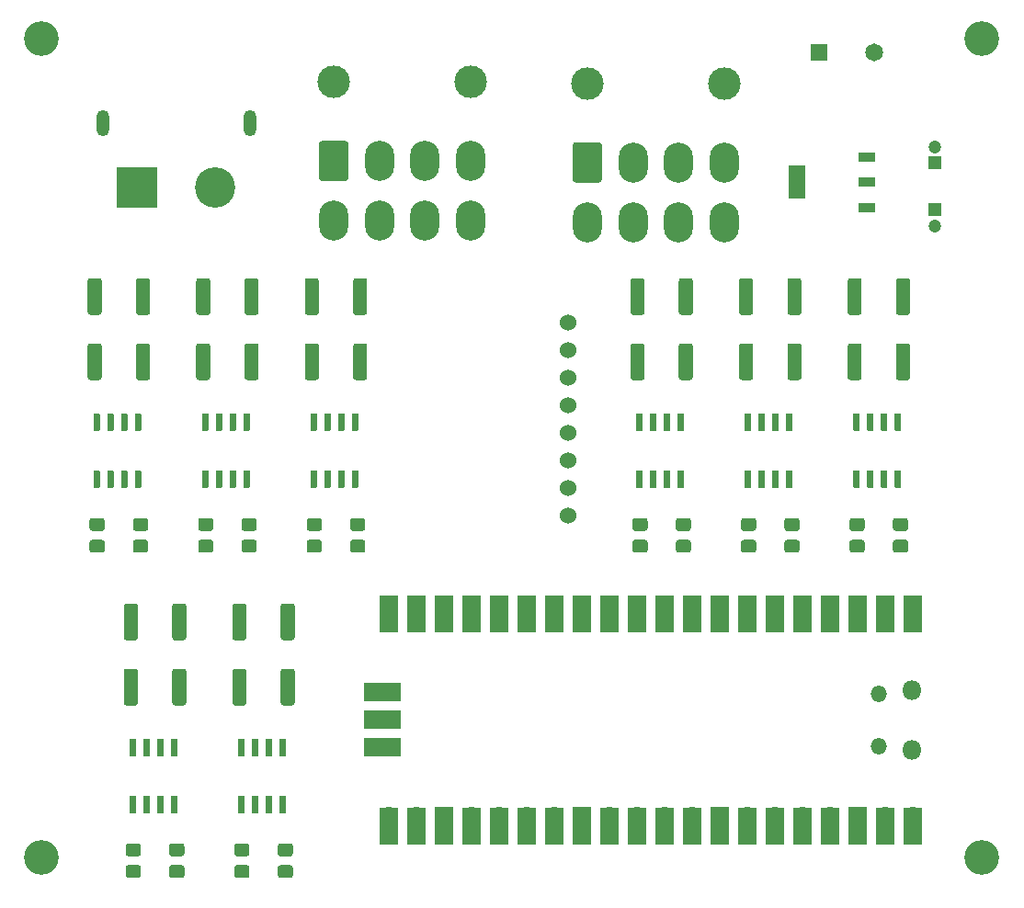
<source format=gbr>
%TF.GenerationSoftware,KiCad,Pcbnew,(5.1.10-1-10_14)*%
%TF.CreationDate,2021-10-18T16:54:11-04:00*%
%TF.ProjectId,ISAAC,49534141-432e-46b6-9963-61645f706362,rev?*%
%TF.SameCoordinates,Original*%
%TF.FileFunction,Soldermask,Top*%
%TF.FilePolarity,Negative*%
%FSLAX46Y46*%
G04 Gerber Fmt 4.6, Leading zero omitted, Abs format (unit mm)*
G04 Created by KiCad (PCBNEW (5.1.10-1-10_14)) date 2021-10-18 16:54:11*
%MOMM*%
%LPD*%
G01*
G04 APERTURE LIST*
%ADD10C,3.200000*%
%ADD11C,1.200000*%
%ADD12R,1.200000X1.200000*%
%ADD13O,1.700000X1.700000*%
%ADD14R,3.500000X1.700000*%
%ADD15R,1.700000X1.700000*%
%ADD16O,1.500000X1.500000*%
%ADD17O,1.800000X1.800000*%
%ADD18R,1.700000X3.500000*%
%ADD19R,1.600200X3.098800*%
%ADD20R,1.600200X0.838200*%
%ADD21C,1.524000*%
%ADD22O,1.200000X2.400000*%
%ADD23C,3.716000*%
%ADD24R,3.716000X3.716000*%
%ADD25C,1.650000*%
%ADD26R,1.650000X1.650000*%
%ADD27C,3.000000*%
%ADD28O,2.700000X3.700000*%
G04 APERTURE END LIST*
D10*
%TO.C,H4*%
X159512000Y-123698000D03*
%TD*%
%TO.C,H3*%
X72898000Y-48260000D03*
%TD*%
%TO.C,H2*%
X159512000Y-48260000D03*
%TD*%
%TO.C,H1*%
X72898000Y-123698000D03*
%TD*%
D11*
%TO.C,C2*%
X155194000Y-58190000D03*
D12*
X155194000Y-59690000D03*
%TD*%
D11*
%TO.C,C1*%
X155194000Y-65508000D03*
D12*
X155194000Y-64008000D03*
%TD*%
D13*
%TO.C,e1*%
X105132000Y-113538000D03*
D14*
X104232000Y-113538000D03*
D15*
X105132000Y-110998000D03*
D14*
X104232000Y-110998000D03*
D13*
X105132000Y-108458000D03*
D14*
X104232000Y-108458000D03*
D16*
X150002000Y-113423000D03*
X150002000Y-108573000D03*
D17*
X153032000Y-113723000D03*
X153032000Y-108273000D03*
D18*
X104902000Y-120788000D03*
X107442000Y-120788000D03*
X109982000Y-120788000D03*
X112522000Y-120788000D03*
X115062000Y-120788000D03*
X117602000Y-120788000D03*
X120142000Y-120788000D03*
X122682000Y-120788000D03*
X125222000Y-120788000D03*
X127762000Y-120788000D03*
X130302000Y-120788000D03*
X132842000Y-120788000D03*
X135382000Y-120788000D03*
X137922000Y-120788000D03*
X140462000Y-120788000D03*
X143002000Y-120788000D03*
X145542000Y-120788000D03*
X148082000Y-120788000D03*
X150622000Y-120788000D03*
X153162000Y-120788000D03*
X104902000Y-101208000D03*
X107442000Y-101208000D03*
X109982000Y-101208000D03*
X112522000Y-101208000D03*
X115062000Y-101208000D03*
X117602000Y-101208000D03*
X120142000Y-101208000D03*
X122682000Y-101208000D03*
X125222000Y-101208000D03*
X127762000Y-101208000D03*
X130302000Y-101208000D03*
X132842000Y-101208000D03*
X135382000Y-101208000D03*
X137922000Y-101208000D03*
X140462000Y-101208000D03*
X143002000Y-101208000D03*
X145542000Y-101208000D03*
X148082000Y-101208000D03*
X150622000Y-101208000D03*
X153162000Y-101208000D03*
D13*
X153162000Y-119888000D03*
X150622000Y-119888000D03*
D15*
X148082000Y-119888000D03*
D13*
X145542000Y-119888000D03*
X143002000Y-119888000D03*
X140462000Y-119888000D03*
X137922000Y-119888000D03*
D15*
X135382000Y-119888000D03*
D13*
X132842000Y-119888000D03*
X130302000Y-119888000D03*
X127762000Y-119888000D03*
X125222000Y-119888000D03*
D15*
X122682000Y-119888000D03*
D13*
X120142000Y-119888000D03*
X117602000Y-119888000D03*
X115062000Y-119888000D03*
X112522000Y-119888000D03*
D15*
X109982000Y-119888000D03*
D13*
X107442000Y-119888000D03*
X104902000Y-119888000D03*
X104902000Y-102108000D03*
X107442000Y-102108000D03*
D15*
X109982000Y-102108000D03*
D13*
X112522000Y-102108000D03*
X115062000Y-102108000D03*
X117602000Y-102108000D03*
X120142000Y-102108000D03*
D15*
X122682000Y-102108000D03*
D13*
X125222000Y-102108000D03*
X127762000Y-102108000D03*
X130302000Y-102108000D03*
X132842000Y-102108000D03*
D15*
X135382000Y-102108000D03*
D13*
X137922000Y-102108000D03*
X140462000Y-102108000D03*
X143002000Y-102108000D03*
X145542000Y-102108000D03*
D15*
X148082000Y-102108000D03*
D13*
X150622000Y-102108000D03*
X153162000Y-102108000D03*
%TD*%
D19*
%TO.C,U11*%
X142494000Y-61468000D03*
D20*
X148894800Y-59156600D03*
X148894800Y-61468000D03*
X148894800Y-63779400D03*
%TD*%
%TO.C,U10*%
G36*
G01*
X81499700Y-88031000D02*
X82007100Y-88031000D01*
G75*
G02*
X82048400Y-88072300I0J-41300D01*
G01*
X82048400Y-89569700D01*
G75*
G02*
X82007100Y-89611000I-41300J0D01*
G01*
X81499700Y-89611000D01*
G75*
G02*
X81458400Y-89569700I0J41300D01*
G01*
X81458400Y-88072300D01*
G75*
G02*
X81499700Y-88031000I41300J0D01*
G01*
G37*
G36*
G01*
X80229700Y-88031000D02*
X80737100Y-88031000D01*
G75*
G02*
X80778400Y-88072300I0J-41300D01*
G01*
X80778400Y-89569700D01*
G75*
G02*
X80737100Y-89611000I-41300J0D01*
G01*
X80229700Y-89611000D01*
G75*
G02*
X80188400Y-89569700I0J41300D01*
G01*
X80188400Y-88072300D01*
G75*
G02*
X80229700Y-88031000I41300J0D01*
G01*
G37*
G36*
G01*
X78959700Y-88031000D02*
X79467100Y-88031000D01*
G75*
G02*
X79508400Y-88072300I0J-41300D01*
G01*
X79508400Y-89569700D01*
G75*
G02*
X79467100Y-89611000I-41300J0D01*
G01*
X78959700Y-89611000D01*
G75*
G02*
X78918400Y-89569700I0J41300D01*
G01*
X78918400Y-88072300D01*
G75*
G02*
X78959700Y-88031000I41300J0D01*
G01*
G37*
G36*
G01*
X77689700Y-88031000D02*
X78197100Y-88031000D01*
G75*
G02*
X78238400Y-88072300I0J-41300D01*
G01*
X78238400Y-89569700D01*
G75*
G02*
X78197100Y-89611000I-41300J0D01*
G01*
X77689700Y-89611000D01*
G75*
G02*
X77648400Y-89569700I0J41300D01*
G01*
X77648400Y-88072300D01*
G75*
G02*
X77689700Y-88031000I41300J0D01*
G01*
G37*
G36*
G01*
X77689700Y-82781000D02*
X78197100Y-82781000D01*
G75*
G02*
X78238400Y-82822300I0J-41300D01*
G01*
X78238400Y-84319700D01*
G75*
G02*
X78197100Y-84361000I-41300J0D01*
G01*
X77689700Y-84361000D01*
G75*
G02*
X77648400Y-84319700I0J41300D01*
G01*
X77648400Y-82822300D01*
G75*
G02*
X77689700Y-82781000I41300J0D01*
G01*
G37*
G36*
G01*
X78959700Y-82781000D02*
X79467100Y-82781000D01*
G75*
G02*
X79508400Y-82822300I0J-41300D01*
G01*
X79508400Y-84319700D01*
G75*
G02*
X79467100Y-84361000I-41300J0D01*
G01*
X78959700Y-84361000D01*
G75*
G02*
X78918400Y-84319700I0J41300D01*
G01*
X78918400Y-82822300D01*
G75*
G02*
X78959700Y-82781000I41300J0D01*
G01*
G37*
G36*
G01*
X80229700Y-82781000D02*
X80737100Y-82781000D01*
G75*
G02*
X80778400Y-82822300I0J-41300D01*
G01*
X80778400Y-84319700D01*
G75*
G02*
X80737100Y-84361000I-41300J0D01*
G01*
X80229700Y-84361000D01*
G75*
G02*
X80188400Y-84319700I0J41300D01*
G01*
X80188400Y-82822300D01*
G75*
G02*
X80229700Y-82781000I41300J0D01*
G01*
G37*
G36*
G01*
X81499700Y-82781000D02*
X82007100Y-82781000D01*
G75*
G02*
X82048400Y-82822300I0J-41300D01*
G01*
X82048400Y-84319700D01*
G75*
G02*
X82007100Y-84361000I-41300J0D01*
G01*
X81499700Y-84361000D01*
G75*
G02*
X81458400Y-84319700I0J41300D01*
G01*
X81458400Y-82822300D01*
G75*
G02*
X81499700Y-82781000I41300J0D01*
G01*
G37*
%TD*%
%TO.C,U9*%
G36*
G01*
X91499700Y-88031000D02*
X92007100Y-88031000D01*
G75*
G02*
X92048400Y-88072300I0J-41300D01*
G01*
X92048400Y-89569700D01*
G75*
G02*
X92007100Y-89611000I-41300J0D01*
G01*
X91499700Y-89611000D01*
G75*
G02*
X91458400Y-89569700I0J41300D01*
G01*
X91458400Y-88072300D01*
G75*
G02*
X91499700Y-88031000I41300J0D01*
G01*
G37*
G36*
G01*
X90229700Y-88031000D02*
X90737100Y-88031000D01*
G75*
G02*
X90778400Y-88072300I0J-41300D01*
G01*
X90778400Y-89569700D01*
G75*
G02*
X90737100Y-89611000I-41300J0D01*
G01*
X90229700Y-89611000D01*
G75*
G02*
X90188400Y-89569700I0J41300D01*
G01*
X90188400Y-88072300D01*
G75*
G02*
X90229700Y-88031000I41300J0D01*
G01*
G37*
G36*
G01*
X88959700Y-88031000D02*
X89467100Y-88031000D01*
G75*
G02*
X89508400Y-88072300I0J-41300D01*
G01*
X89508400Y-89569700D01*
G75*
G02*
X89467100Y-89611000I-41300J0D01*
G01*
X88959700Y-89611000D01*
G75*
G02*
X88918400Y-89569700I0J41300D01*
G01*
X88918400Y-88072300D01*
G75*
G02*
X88959700Y-88031000I41300J0D01*
G01*
G37*
G36*
G01*
X87689700Y-88031000D02*
X88197100Y-88031000D01*
G75*
G02*
X88238400Y-88072300I0J-41300D01*
G01*
X88238400Y-89569700D01*
G75*
G02*
X88197100Y-89611000I-41300J0D01*
G01*
X87689700Y-89611000D01*
G75*
G02*
X87648400Y-89569700I0J41300D01*
G01*
X87648400Y-88072300D01*
G75*
G02*
X87689700Y-88031000I41300J0D01*
G01*
G37*
G36*
G01*
X87689700Y-82781000D02*
X88197100Y-82781000D01*
G75*
G02*
X88238400Y-82822300I0J-41300D01*
G01*
X88238400Y-84319700D01*
G75*
G02*
X88197100Y-84361000I-41300J0D01*
G01*
X87689700Y-84361000D01*
G75*
G02*
X87648400Y-84319700I0J41300D01*
G01*
X87648400Y-82822300D01*
G75*
G02*
X87689700Y-82781000I41300J0D01*
G01*
G37*
G36*
G01*
X88959700Y-82781000D02*
X89467100Y-82781000D01*
G75*
G02*
X89508400Y-82822300I0J-41300D01*
G01*
X89508400Y-84319700D01*
G75*
G02*
X89467100Y-84361000I-41300J0D01*
G01*
X88959700Y-84361000D01*
G75*
G02*
X88918400Y-84319700I0J41300D01*
G01*
X88918400Y-82822300D01*
G75*
G02*
X88959700Y-82781000I41300J0D01*
G01*
G37*
G36*
G01*
X90229700Y-82781000D02*
X90737100Y-82781000D01*
G75*
G02*
X90778400Y-82822300I0J-41300D01*
G01*
X90778400Y-84319700D01*
G75*
G02*
X90737100Y-84361000I-41300J0D01*
G01*
X90229700Y-84361000D01*
G75*
G02*
X90188400Y-84319700I0J41300D01*
G01*
X90188400Y-82822300D01*
G75*
G02*
X90229700Y-82781000I41300J0D01*
G01*
G37*
G36*
G01*
X91499700Y-82781000D02*
X92007100Y-82781000D01*
G75*
G02*
X92048400Y-82822300I0J-41300D01*
G01*
X92048400Y-84319700D01*
G75*
G02*
X92007100Y-84361000I-41300J0D01*
G01*
X91499700Y-84361000D01*
G75*
G02*
X91458400Y-84319700I0J41300D01*
G01*
X91458400Y-82822300D01*
G75*
G02*
X91499700Y-82781000I41300J0D01*
G01*
G37*
%TD*%
%TO.C,U8*%
G36*
G01*
X101499700Y-88031000D02*
X102007100Y-88031000D01*
G75*
G02*
X102048400Y-88072300I0J-41300D01*
G01*
X102048400Y-89569700D01*
G75*
G02*
X102007100Y-89611000I-41300J0D01*
G01*
X101499700Y-89611000D01*
G75*
G02*
X101458400Y-89569700I0J41300D01*
G01*
X101458400Y-88072300D01*
G75*
G02*
X101499700Y-88031000I41300J0D01*
G01*
G37*
G36*
G01*
X100229700Y-88031000D02*
X100737100Y-88031000D01*
G75*
G02*
X100778400Y-88072300I0J-41300D01*
G01*
X100778400Y-89569700D01*
G75*
G02*
X100737100Y-89611000I-41300J0D01*
G01*
X100229700Y-89611000D01*
G75*
G02*
X100188400Y-89569700I0J41300D01*
G01*
X100188400Y-88072300D01*
G75*
G02*
X100229700Y-88031000I41300J0D01*
G01*
G37*
G36*
G01*
X98959700Y-88031000D02*
X99467100Y-88031000D01*
G75*
G02*
X99508400Y-88072300I0J-41300D01*
G01*
X99508400Y-89569700D01*
G75*
G02*
X99467100Y-89611000I-41300J0D01*
G01*
X98959700Y-89611000D01*
G75*
G02*
X98918400Y-89569700I0J41300D01*
G01*
X98918400Y-88072300D01*
G75*
G02*
X98959700Y-88031000I41300J0D01*
G01*
G37*
G36*
G01*
X97689700Y-88031000D02*
X98197100Y-88031000D01*
G75*
G02*
X98238400Y-88072300I0J-41300D01*
G01*
X98238400Y-89569700D01*
G75*
G02*
X98197100Y-89611000I-41300J0D01*
G01*
X97689700Y-89611000D01*
G75*
G02*
X97648400Y-89569700I0J41300D01*
G01*
X97648400Y-88072300D01*
G75*
G02*
X97689700Y-88031000I41300J0D01*
G01*
G37*
G36*
G01*
X97689700Y-82781000D02*
X98197100Y-82781000D01*
G75*
G02*
X98238400Y-82822300I0J-41300D01*
G01*
X98238400Y-84319700D01*
G75*
G02*
X98197100Y-84361000I-41300J0D01*
G01*
X97689700Y-84361000D01*
G75*
G02*
X97648400Y-84319700I0J41300D01*
G01*
X97648400Y-82822300D01*
G75*
G02*
X97689700Y-82781000I41300J0D01*
G01*
G37*
G36*
G01*
X98959700Y-82781000D02*
X99467100Y-82781000D01*
G75*
G02*
X99508400Y-82822300I0J-41300D01*
G01*
X99508400Y-84319700D01*
G75*
G02*
X99467100Y-84361000I-41300J0D01*
G01*
X98959700Y-84361000D01*
G75*
G02*
X98918400Y-84319700I0J41300D01*
G01*
X98918400Y-82822300D01*
G75*
G02*
X98959700Y-82781000I41300J0D01*
G01*
G37*
G36*
G01*
X100229700Y-82781000D02*
X100737100Y-82781000D01*
G75*
G02*
X100778400Y-82822300I0J-41300D01*
G01*
X100778400Y-84319700D01*
G75*
G02*
X100737100Y-84361000I-41300J0D01*
G01*
X100229700Y-84361000D01*
G75*
G02*
X100188400Y-84319700I0J41300D01*
G01*
X100188400Y-82822300D01*
G75*
G02*
X100229700Y-82781000I41300J0D01*
G01*
G37*
G36*
G01*
X101499700Y-82781000D02*
X102007100Y-82781000D01*
G75*
G02*
X102048400Y-82822300I0J-41300D01*
G01*
X102048400Y-84319700D01*
G75*
G02*
X102007100Y-84361000I-41300J0D01*
G01*
X101499700Y-84361000D01*
G75*
G02*
X101458400Y-84319700I0J41300D01*
G01*
X101458400Y-82822300D01*
G75*
G02*
X101499700Y-82781000I41300J0D01*
G01*
G37*
%TD*%
%TO.C,U7*%
G36*
G01*
X84829700Y-118003000D02*
X85337100Y-118003000D01*
G75*
G02*
X85378400Y-118044300I0J-41300D01*
G01*
X85378400Y-119541700D01*
G75*
G02*
X85337100Y-119583000I-41300J0D01*
G01*
X84829700Y-119583000D01*
G75*
G02*
X84788400Y-119541700I0J41300D01*
G01*
X84788400Y-118044300D01*
G75*
G02*
X84829700Y-118003000I41300J0D01*
G01*
G37*
G36*
G01*
X83559700Y-118003000D02*
X84067100Y-118003000D01*
G75*
G02*
X84108400Y-118044300I0J-41300D01*
G01*
X84108400Y-119541700D01*
G75*
G02*
X84067100Y-119583000I-41300J0D01*
G01*
X83559700Y-119583000D01*
G75*
G02*
X83518400Y-119541700I0J41300D01*
G01*
X83518400Y-118044300D01*
G75*
G02*
X83559700Y-118003000I41300J0D01*
G01*
G37*
G36*
G01*
X82289700Y-118003000D02*
X82797100Y-118003000D01*
G75*
G02*
X82838400Y-118044300I0J-41300D01*
G01*
X82838400Y-119541700D01*
G75*
G02*
X82797100Y-119583000I-41300J0D01*
G01*
X82289700Y-119583000D01*
G75*
G02*
X82248400Y-119541700I0J41300D01*
G01*
X82248400Y-118044300D01*
G75*
G02*
X82289700Y-118003000I41300J0D01*
G01*
G37*
G36*
G01*
X81019700Y-118003000D02*
X81527100Y-118003000D01*
G75*
G02*
X81568400Y-118044300I0J-41300D01*
G01*
X81568400Y-119541700D01*
G75*
G02*
X81527100Y-119583000I-41300J0D01*
G01*
X81019700Y-119583000D01*
G75*
G02*
X80978400Y-119541700I0J41300D01*
G01*
X80978400Y-118044300D01*
G75*
G02*
X81019700Y-118003000I41300J0D01*
G01*
G37*
G36*
G01*
X81019700Y-112753000D02*
X81527100Y-112753000D01*
G75*
G02*
X81568400Y-112794300I0J-41300D01*
G01*
X81568400Y-114291700D01*
G75*
G02*
X81527100Y-114333000I-41300J0D01*
G01*
X81019700Y-114333000D01*
G75*
G02*
X80978400Y-114291700I0J41300D01*
G01*
X80978400Y-112794300D01*
G75*
G02*
X81019700Y-112753000I41300J0D01*
G01*
G37*
G36*
G01*
X82289700Y-112753000D02*
X82797100Y-112753000D01*
G75*
G02*
X82838400Y-112794300I0J-41300D01*
G01*
X82838400Y-114291700D01*
G75*
G02*
X82797100Y-114333000I-41300J0D01*
G01*
X82289700Y-114333000D01*
G75*
G02*
X82248400Y-114291700I0J41300D01*
G01*
X82248400Y-112794300D01*
G75*
G02*
X82289700Y-112753000I41300J0D01*
G01*
G37*
G36*
G01*
X83559700Y-112753000D02*
X84067100Y-112753000D01*
G75*
G02*
X84108400Y-112794300I0J-41300D01*
G01*
X84108400Y-114291700D01*
G75*
G02*
X84067100Y-114333000I-41300J0D01*
G01*
X83559700Y-114333000D01*
G75*
G02*
X83518400Y-114291700I0J41300D01*
G01*
X83518400Y-112794300D01*
G75*
G02*
X83559700Y-112753000I41300J0D01*
G01*
G37*
G36*
G01*
X84829700Y-112753000D02*
X85337100Y-112753000D01*
G75*
G02*
X85378400Y-112794300I0J-41300D01*
G01*
X85378400Y-114291700D01*
G75*
G02*
X85337100Y-114333000I-41300J0D01*
G01*
X84829700Y-114333000D01*
G75*
G02*
X84788400Y-114291700I0J41300D01*
G01*
X84788400Y-112794300D01*
G75*
G02*
X84829700Y-112753000I41300J0D01*
G01*
G37*
%TD*%
D21*
%TO.C,U6*%
X121412000Y-74422000D03*
X121412000Y-76962000D03*
X121412000Y-79502000D03*
X121412000Y-82042000D03*
X121412000Y-84582000D03*
X121412000Y-87122000D03*
X121412000Y-89662000D03*
X121412000Y-92202000D03*
%TD*%
%TO.C,U5*%
G36*
G01*
X94829700Y-118003000D02*
X95337100Y-118003000D01*
G75*
G02*
X95378400Y-118044300I0J-41300D01*
G01*
X95378400Y-119541700D01*
G75*
G02*
X95337100Y-119583000I-41300J0D01*
G01*
X94829700Y-119583000D01*
G75*
G02*
X94788400Y-119541700I0J41300D01*
G01*
X94788400Y-118044300D01*
G75*
G02*
X94829700Y-118003000I41300J0D01*
G01*
G37*
G36*
G01*
X93559700Y-118003000D02*
X94067100Y-118003000D01*
G75*
G02*
X94108400Y-118044300I0J-41300D01*
G01*
X94108400Y-119541700D01*
G75*
G02*
X94067100Y-119583000I-41300J0D01*
G01*
X93559700Y-119583000D01*
G75*
G02*
X93518400Y-119541700I0J41300D01*
G01*
X93518400Y-118044300D01*
G75*
G02*
X93559700Y-118003000I41300J0D01*
G01*
G37*
G36*
G01*
X92289700Y-118003000D02*
X92797100Y-118003000D01*
G75*
G02*
X92838400Y-118044300I0J-41300D01*
G01*
X92838400Y-119541700D01*
G75*
G02*
X92797100Y-119583000I-41300J0D01*
G01*
X92289700Y-119583000D01*
G75*
G02*
X92248400Y-119541700I0J41300D01*
G01*
X92248400Y-118044300D01*
G75*
G02*
X92289700Y-118003000I41300J0D01*
G01*
G37*
G36*
G01*
X91019700Y-118003000D02*
X91527100Y-118003000D01*
G75*
G02*
X91568400Y-118044300I0J-41300D01*
G01*
X91568400Y-119541700D01*
G75*
G02*
X91527100Y-119583000I-41300J0D01*
G01*
X91019700Y-119583000D01*
G75*
G02*
X90978400Y-119541700I0J41300D01*
G01*
X90978400Y-118044300D01*
G75*
G02*
X91019700Y-118003000I41300J0D01*
G01*
G37*
G36*
G01*
X91019700Y-112753000D02*
X91527100Y-112753000D01*
G75*
G02*
X91568400Y-112794300I0J-41300D01*
G01*
X91568400Y-114291700D01*
G75*
G02*
X91527100Y-114333000I-41300J0D01*
G01*
X91019700Y-114333000D01*
G75*
G02*
X90978400Y-114291700I0J41300D01*
G01*
X90978400Y-112794300D01*
G75*
G02*
X91019700Y-112753000I41300J0D01*
G01*
G37*
G36*
G01*
X92289700Y-112753000D02*
X92797100Y-112753000D01*
G75*
G02*
X92838400Y-112794300I0J-41300D01*
G01*
X92838400Y-114291700D01*
G75*
G02*
X92797100Y-114333000I-41300J0D01*
G01*
X92289700Y-114333000D01*
G75*
G02*
X92248400Y-114291700I0J41300D01*
G01*
X92248400Y-112794300D01*
G75*
G02*
X92289700Y-112753000I41300J0D01*
G01*
G37*
G36*
G01*
X93559700Y-112753000D02*
X94067100Y-112753000D01*
G75*
G02*
X94108400Y-112794300I0J-41300D01*
G01*
X94108400Y-114291700D01*
G75*
G02*
X94067100Y-114333000I-41300J0D01*
G01*
X93559700Y-114333000D01*
G75*
G02*
X93518400Y-114291700I0J41300D01*
G01*
X93518400Y-112794300D01*
G75*
G02*
X93559700Y-112753000I41300J0D01*
G01*
G37*
G36*
G01*
X94829700Y-112753000D02*
X95337100Y-112753000D01*
G75*
G02*
X95378400Y-112794300I0J-41300D01*
G01*
X95378400Y-114291700D01*
G75*
G02*
X95337100Y-114333000I-41300J0D01*
G01*
X94829700Y-114333000D01*
G75*
G02*
X94788400Y-114291700I0J41300D01*
G01*
X94788400Y-112794300D01*
G75*
G02*
X94829700Y-112753000I41300J0D01*
G01*
G37*
%TD*%
%TO.C,U4*%
G36*
G01*
X131499700Y-88031000D02*
X132007100Y-88031000D01*
G75*
G02*
X132048400Y-88072300I0J-41300D01*
G01*
X132048400Y-89569700D01*
G75*
G02*
X132007100Y-89611000I-41300J0D01*
G01*
X131499700Y-89611000D01*
G75*
G02*
X131458400Y-89569700I0J41300D01*
G01*
X131458400Y-88072300D01*
G75*
G02*
X131499700Y-88031000I41300J0D01*
G01*
G37*
G36*
G01*
X130229700Y-88031000D02*
X130737100Y-88031000D01*
G75*
G02*
X130778400Y-88072300I0J-41300D01*
G01*
X130778400Y-89569700D01*
G75*
G02*
X130737100Y-89611000I-41300J0D01*
G01*
X130229700Y-89611000D01*
G75*
G02*
X130188400Y-89569700I0J41300D01*
G01*
X130188400Y-88072300D01*
G75*
G02*
X130229700Y-88031000I41300J0D01*
G01*
G37*
G36*
G01*
X128959700Y-88031000D02*
X129467100Y-88031000D01*
G75*
G02*
X129508400Y-88072300I0J-41300D01*
G01*
X129508400Y-89569700D01*
G75*
G02*
X129467100Y-89611000I-41300J0D01*
G01*
X128959700Y-89611000D01*
G75*
G02*
X128918400Y-89569700I0J41300D01*
G01*
X128918400Y-88072300D01*
G75*
G02*
X128959700Y-88031000I41300J0D01*
G01*
G37*
G36*
G01*
X127689700Y-88031000D02*
X128197100Y-88031000D01*
G75*
G02*
X128238400Y-88072300I0J-41300D01*
G01*
X128238400Y-89569700D01*
G75*
G02*
X128197100Y-89611000I-41300J0D01*
G01*
X127689700Y-89611000D01*
G75*
G02*
X127648400Y-89569700I0J41300D01*
G01*
X127648400Y-88072300D01*
G75*
G02*
X127689700Y-88031000I41300J0D01*
G01*
G37*
G36*
G01*
X127689700Y-82781000D02*
X128197100Y-82781000D01*
G75*
G02*
X128238400Y-82822300I0J-41300D01*
G01*
X128238400Y-84319700D01*
G75*
G02*
X128197100Y-84361000I-41300J0D01*
G01*
X127689700Y-84361000D01*
G75*
G02*
X127648400Y-84319700I0J41300D01*
G01*
X127648400Y-82822300D01*
G75*
G02*
X127689700Y-82781000I41300J0D01*
G01*
G37*
G36*
G01*
X128959700Y-82781000D02*
X129467100Y-82781000D01*
G75*
G02*
X129508400Y-82822300I0J-41300D01*
G01*
X129508400Y-84319700D01*
G75*
G02*
X129467100Y-84361000I-41300J0D01*
G01*
X128959700Y-84361000D01*
G75*
G02*
X128918400Y-84319700I0J41300D01*
G01*
X128918400Y-82822300D01*
G75*
G02*
X128959700Y-82781000I41300J0D01*
G01*
G37*
G36*
G01*
X130229700Y-82781000D02*
X130737100Y-82781000D01*
G75*
G02*
X130778400Y-82822300I0J-41300D01*
G01*
X130778400Y-84319700D01*
G75*
G02*
X130737100Y-84361000I-41300J0D01*
G01*
X130229700Y-84361000D01*
G75*
G02*
X130188400Y-84319700I0J41300D01*
G01*
X130188400Y-82822300D01*
G75*
G02*
X130229700Y-82781000I41300J0D01*
G01*
G37*
G36*
G01*
X131499700Y-82781000D02*
X132007100Y-82781000D01*
G75*
G02*
X132048400Y-82822300I0J-41300D01*
G01*
X132048400Y-84319700D01*
G75*
G02*
X132007100Y-84361000I-41300J0D01*
G01*
X131499700Y-84361000D01*
G75*
G02*
X131458400Y-84319700I0J41300D01*
G01*
X131458400Y-82822300D01*
G75*
G02*
X131499700Y-82781000I41300J0D01*
G01*
G37*
%TD*%
%TO.C,U3*%
G36*
G01*
X141499700Y-88031000D02*
X142007100Y-88031000D01*
G75*
G02*
X142048400Y-88072300I0J-41300D01*
G01*
X142048400Y-89569700D01*
G75*
G02*
X142007100Y-89611000I-41300J0D01*
G01*
X141499700Y-89611000D01*
G75*
G02*
X141458400Y-89569700I0J41300D01*
G01*
X141458400Y-88072300D01*
G75*
G02*
X141499700Y-88031000I41300J0D01*
G01*
G37*
G36*
G01*
X140229700Y-88031000D02*
X140737100Y-88031000D01*
G75*
G02*
X140778400Y-88072300I0J-41300D01*
G01*
X140778400Y-89569700D01*
G75*
G02*
X140737100Y-89611000I-41300J0D01*
G01*
X140229700Y-89611000D01*
G75*
G02*
X140188400Y-89569700I0J41300D01*
G01*
X140188400Y-88072300D01*
G75*
G02*
X140229700Y-88031000I41300J0D01*
G01*
G37*
G36*
G01*
X138959700Y-88031000D02*
X139467100Y-88031000D01*
G75*
G02*
X139508400Y-88072300I0J-41300D01*
G01*
X139508400Y-89569700D01*
G75*
G02*
X139467100Y-89611000I-41300J0D01*
G01*
X138959700Y-89611000D01*
G75*
G02*
X138918400Y-89569700I0J41300D01*
G01*
X138918400Y-88072300D01*
G75*
G02*
X138959700Y-88031000I41300J0D01*
G01*
G37*
G36*
G01*
X137689700Y-88031000D02*
X138197100Y-88031000D01*
G75*
G02*
X138238400Y-88072300I0J-41300D01*
G01*
X138238400Y-89569700D01*
G75*
G02*
X138197100Y-89611000I-41300J0D01*
G01*
X137689700Y-89611000D01*
G75*
G02*
X137648400Y-89569700I0J41300D01*
G01*
X137648400Y-88072300D01*
G75*
G02*
X137689700Y-88031000I41300J0D01*
G01*
G37*
G36*
G01*
X137689700Y-82781000D02*
X138197100Y-82781000D01*
G75*
G02*
X138238400Y-82822300I0J-41300D01*
G01*
X138238400Y-84319700D01*
G75*
G02*
X138197100Y-84361000I-41300J0D01*
G01*
X137689700Y-84361000D01*
G75*
G02*
X137648400Y-84319700I0J41300D01*
G01*
X137648400Y-82822300D01*
G75*
G02*
X137689700Y-82781000I41300J0D01*
G01*
G37*
G36*
G01*
X138959700Y-82781000D02*
X139467100Y-82781000D01*
G75*
G02*
X139508400Y-82822300I0J-41300D01*
G01*
X139508400Y-84319700D01*
G75*
G02*
X139467100Y-84361000I-41300J0D01*
G01*
X138959700Y-84361000D01*
G75*
G02*
X138918400Y-84319700I0J41300D01*
G01*
X138918400Y-82822300D01*
G75*
G02*
X138959700Y-82781000I41300J0D01*
G01*
G37*
G36*
G01*
X140229700Y-82781000D02*
X140737100Y-82781000D01*
G75*
G02*
X140778400Y-82822300I0J-41300D01*
G01*
X140778400Y-84319700D01*
G75*
G02*
X140737100Y-84361000I-41300J0D01*
G01*
X140229700Y-84361000D01*
G75*
G02*
X140188400Y-84319700I0J41300D01*
G01*
X140188400Y-82822300D01*
G75*
G02*
X140229700Y-82781000I41300J0D01*
G01*
G37*
G36*
G01*
X141499700Y-82781000D02*
X142007100Y-82781000D01*
G75*
G02*
X142048400Y-82822300I0J-41300D01*
G01*
X142048400Y-84319700D01*
G75*
G02*
X142007100Y-84361000I-41300J0D01*
G01*
X141499700Y-84361000D01*
G75*
G02*
X141458400Y-84319700I0J41300D01*
G01*
X141458400Y-82822300D01*
G75*
G02*
X141499700Y-82781000I41300J0D01*
G01*
G37*
%TD*%
%TO.C,U2*%
G36*
G01*
X151499700Y-88031000D02*
X152007100Y-88031000D01*
G75*
G02*
X152048400Y-88072300I0J-41300D01*
G01*
X152048400Y-89569700D01*
G75*
G02*
X152007100Y-89611000I-41300J0D01*
G01*
X151499700Y-89611000D01*
G75*
G02*
X151458400Y-89569700I0J41300D01*
G01*
X151458400Y-88072300D01*
G75*
G02*
X151499700Y-88031000I41300J0D01*
G01*
G37*
G36*
G01*
X150229700Y-88031000D02*
X150737100Y-88031000D01*
G75*
G02*
X150778400Y-88072300I0J-41300D01*
G01*
X150778400Y-89569700D01*
G75*
G02*
X150737100Y-89611000I-41300J0D01*
G01*
X150229700Y-89611000D01*
G75*
G02*
X150188400Y-89569700I0J41300D01*
G01*
X150188400Y-88072300D01*
G75*
G02*
X150229700Y-88031000I41300J0D01*
G01*
G37*
G36*
G01*
X148959700Y-88031000D02*
X149467100Y-88031000D01*
G75*
G02*
X149508400Y-88072300I0J-41300D01*
G01*
X149508400Y-89569700D01*
G75*
G02*
X149467100Y-89611000I-41300J0D01*
G01*
X148959700Y-89611000D01*
G75*
G02*
X148918400Y-89569700I0J41300D01*
G01*
X148918400Y-88072300D01*
G75*
G02*
X148959700Y-88031000I41300J0D01*
G01*
G37*
G36*
G01*
X147689700Y-88031000D02*
X148197100Y-88031000D01*
G75*
G02*
X148238400Y-88072300I0J-41300D01*
G01*
X148238400Y-89569700D01*
G75*
G02*
X148197100Y-89611000I-41300J0D01*
G01*
X147689700Y-89611000D01*
G75*
G02*
X147648400Y-89569700I0J41300D01*
G01*
X147648400Y-88072300D01*
G75*
G02*
X147689700Y-88031000I41300J0D01*
G01*
G37*
G36*
G01*
X147689700Y-82781000D02*
X148197100Y-82781000D01*
G75*
G02*
X148238400Y-82822300I0J-41300D01*
G01*
X148238400Y-84319700D01*
G75*
G02*
X148197100Y-84361000I-41300J0D01*
G01*
X147689700Y-84361000D01*
G75*
G02*
X147648400Y-84319700I0J41300D01*
G01*
X147648400Y-82822300D01*
G75*
G02*
X147689700Y-82781000I41300J0D01*
G01*
G37*
G36*
G01*
X148959700Y-82781000D02*
X149467100Y-82781000D01*
G75*
G02*
X149508400Y-82822300I0J-41300D01*
G01*
X149508400Y-84319700D01*
G75*
G02*
X149467100Y-84361000I-41300J0D01*
G01*
X148959700Y-84361000D01*
G75*
G02*
X148918400Y-84319700I0J41300D01*
G01*
X148918400Y-82822300D01*
G75*
G02*
X148959700Y-82781000I41300J0D01*
G01*
G37*
G36*
G01*
X150229700Y-82781000D02*
X150737100Y-82781000D01*
G75*
G02*
X150778400Y-82822300I0J-41300D01*
G01*
X150778400Y-84319700D01*
G75*
G02*
X150737100Y-84361000I-41300J0D01*
G01*
X150229700Y-84361000D01*
G75*
G02*
X150188400Y-84319700I0J41300D01*
G01*
X150188400Y-82822300D01*
G75*
G02*
X150229700Y-82781000I41300J0D01*
G01*
G37*
G36*
G01*
X151499700Y-82781000D02*
X152007100Y-82781000D01*
G75*
G02*
X152048400Y-82822300I0J-41300D01*
G01*
X152048400Y-84319700D01*
G75*
G02*
X152007100Y-84361000I-41300J0D01*
G01*
X151499700Y-84361000D01*
G75*
G02*
X151458400Y-84319700I0J41300D01*
G01*
X151458400Y-82822300D01*
G75*
G02*
X151499700Y-82781000I41300J0D01*
G01*
G37*
%TD*%
%TO.C,R16*%
G36*
G01*
X81549999Y-94400000D02*
X82450001Y-94400000D01*
G75*
G02*
X82700000Y-94649999I0J-249999D01*
G01*
X82700000Y-95350001D01*
G75*
G02*
X82450001Y-95600000I-249999J0D01*
G01*
X81549999Y-95600000D01*
G75*
G02*
X81300000Y-95350001I0J249999D01*
G01*
X81300000Y-94649999D01*
G75*
G02*
X81549999Y-94400000I249999J0D01*
G01*
G37*
G36*
G01*
X81549999Y-92400000D02*
X82450001Y-92400000D01*
G75*
G02*
X82700000Y-92649999I0J-249999D01*
G01*
X82700000Y-93350001D01*
G75*
G02*
X82450001Y-93600000I-249999J0D01*
G01*
X81549999Y-93600000D01*
G75*
G02*
X81300000Y-93350001I0J249999D01*
G01*
X81300000Y-92649999D01*
G75*
G02*
X81549999Y-92400000I249999J0D01*
G01*
G37*
%TD*%
%TO.C,R15*%
G36*
G01*
X77549999Y-94400000D02*
X78450001Y-94400000D01*
G75*
G02*
X78700000Y-94649999I0J-249999D01*
G01*
X78700000Y-95350001D01*
G75*
G02*
X78450001Y-95600000I-249999J0D01*
G01*
X77549999Y-95600000D01*
G75*
G02*
X77300000Y-95350001I0J249999D01*
G01*
X77300000Y-94649999D01*
G75*
G02*
X77549999Y-94400000I249999J0D01*
G01*
G37*
G36*
G01*
X77549999Y-92400000D02*
X78450001Y-92400000D01*
G75*
G02*
X78700000Y-92649999I0J-249999D01*
G01*
X78700000Y-93350001D01*
G75*
G02*
X78450001Y-93600000I-249999J0D01*
G01*
X77549999Y-93600000D01*
G75*
G02*
X77300000Y-93350001I0J249999D01*
G01*
X77300000Y-92649999D01*
G75*
G02*
X77549999Y-92400000I249999J0D01*
G01*
G37*
%TD*%
%TO.C,R14*%
G36*
G01*
X91549999Y-94400000D02*
X92450001Y-94400000D01*
G75*
G02*
X92700000Y-94649999I0J-249999D01*
G01*
X92700000Y-95350001D01*
G75*
G02*
X92450001Y-95600000I-249999J0D01*
G01*
X91549999Y-95600000D01*
G75*
G02*
X91300000Y-95350001I0J249999D01*
G01*
X91300000Y-94649999D01*
G75*
G02*
X91549999Y-94400000I249999J0D01*
G01*
G37*
G36*
G01*
X91549999Y-92400000D02*
X92450001Y-92400000D01*
G75*
G02*
X92700000Y-92649999I0J-249999D01*
G01*
X92700000Y-93350001D01*
G75*
G02*
X92450001Y-93600000I-249999J0D01*
G01*
X91549999Y-93600000D01*
G75*
G02*
X91300000Y-93350001I0J249999D01*
G01*
X91300000Y-92649999D01*
G75*
G02*
X91549999Y-92400000I249999J0D01*
G01*
G37*
%TD*%
%TO.C,R13*%
G36*
G01*
X87549999Y-94400000D02*
X88450001Y-94400000D01*
G75*
G02*
X88700000Y-94649999I0J-249999D01*
G01*
X88700000Y-95350001D01*
G75*
G02*
X88450001Y-95600000I-249999J0D01*
G01*
X87549999Y-95600000D01*
G75*
G02*
X87300000Y-95350001I0J249999D01*
G01*
X87300000Y-94649999D01*
G75*
G02*
X87549999Y-94400000I249999J0D01*
G01*
G37*
G36*
G01*
X87549999Y-92400000D02*
X88450001Y-92400000D01*
G75*
G02*
X88700000Y-92649999I0J-249999D01*
G01*
X88700000Y-93350001D01*
G75*
G02*
X88450001Y-93600000I-249999J0D01*
G01*
X87549999Y-93600000D01*
G75*
G02*
X87300000Y-93350001I0J249999D01*
G01*
X87300000Y-92649999D01*
G75*
G02*
X87549999Y-92400000I249999J0D01*
G01*
G37*
%TD*%
%TO.C,R12*%
G36*
G01*
X101549999Y-94400000D02*
X102450001Y-94400000D01*
G75*
G02*
X102700000Y-94649999I0J-249999D01*
G01*
X102700000Y-95350001D01*
G75*
G02*
X102450001Y-95600000I-249999J0D01*
G01*
X101549999Y-95600000D01*
G75*
G02*
X101300000Y-95350001I0J249999D01*
G01*
X101300000Y-94649999D01*
G75*
G02*
X101549999Y-94400000I249999J0D01*
G01*
G37*
G36*
G01*
X101549999Y-92400000D02*
X102450001Y-92400000D01*
G75*
G02*
X102700000Y-92649999I0J-249999D01*
G01*
X102700000Y-93350001D01*
G75*
G02*
X102450001Y-93600000I-249999J0D01*
G01*
X101549999Y-93600000D01*
G75*
G02*
X101300000Y-93350001I0J249999D01*
G01*
X101300000Y-92649999D01*
G75*
G02*
X101549999Y-92400000I249999J0D01*
G01*
G37*
%TD*%
%TO.C,R11*%
G36*
G01*
X97549999Y-94400000D02*
X98450001Y-94400000D01*
G75*
G02*
X98700000Y-94649999I0J-249999D01*
G01*
X98700000Y-95350001D01*
G75*
G02*
X98450001Y-95600000I-249999J0D01*
G01*
X97549999Y-95600000D01*
G75*
G02*
X97300000Y-95350001I0J249999D01*
G01*
X97300000Y-94649999D01*
G75*
G02*
X97549999Y-94400000I249999J0D01*
G01*
G37*
G36*
G01*
X97549999Y-92400000D02*
X98450001Y-92400000D01*
G75*
G02*
X98700000Y-92649999I0J-249999D01*
G01*
X98700000Y-93350001D01*
G75*
G02*
X98450001Y-93600000I-249999J0D01*
G01*
X97549999Y-93600000D01*
G75*
G02*
X97300000Y-93350001I0J249999D01*
G01*
X97300000Y-92649999D01*
G75*
G02*
X97549999Y-92400000I249999J0D01*
G01*
G37*
%TD*%
%TO.C,R10*%
G36*
G01*
X84879999Y-124372000D02*
X85780001Y-124372000D01*
G75*
G02*
X86030000Y-124621999I0J-249999D01*
G01*
X86030000Y-125322001D01*
G75*
G02*
X85780001Y-125572000I-249999J0D01*
G01*
X84879999Y-125572000D01*
G75*
G02*
X84630000Y-125322001I0J249999D01*
G01*
X84630000Y-124621999D01*
G75*
G02*
X84879999Y-124372000I249999J0D01*
G01*
G37*
G36*
G01*
X84879999Y-122372000D02*
X85780001Y-122372000D01*
G75*
G02*
X86030000Y-122621999I0J-249999D01*
G01*
X86030000Y-123322001D01*
G75*
G02*
X85780001Y-123572000I-249999J0D01*
G01*
X84879999Y-123572000D01*
G75*
G02*
X84630000Y-123322001I0J249999D01*
G01*
X84630000Y-122621999D01*
G75*
G02*
X84879999Y-122372000I249999J0D01*
G01*
G37*
%TD*%
%TO.C,R9*%
G36*
G01*
X80879999Y-124372000D02*
X81780001Y-124372000D01*
G75*
G02*
X82030000Y-124621999I0J-249999D01*
G01*
X82030000Y-125322001D01*
G75*
G02*
X81780001Y-125572000I-249999J0D01*
G01*
X80879999Y-125572000D01*
G75*
G02*
X80630000Y-125322001I0J249999D01*
G01*
X80630000Y-124621999D01*
G75*
G02*
X80879999Y-124372000I249999J0D01*
G01*
G37*
G36*
G01*
X80879999Y-122372000D02*
X81780001Y-122372000D01*
G75*
G02*
X82030000Y-122621999I0J-249999D01*
G01*
X82030000Y-123322001D01*
G75*
G02*
X81780001Y-123572000I-249999J0D01*
G01*
X80879999Y-123572000D01*
G75*
G02*
X80630000Y-123322001I0J249999D01*
G01*
X80630000Y-122621999D01*
G75*
G02*
X80879999Y-122372000I249999J0D01*
G01*
G37*
%TD*%
%TO.C,R8*%
G36*
G01*
X94879999Y-124372000D02*
X95780001Y-124372000D01*
G75*
G02*
X96030000Y-124621999I0J-249999D01*
G01*
X96030000Y-125322001D01*
G75*
G02*
X95780001Y-125572000I-249999J0D01*
G01*
X94879999Y-125572000D01*
G75*
G02*
X94630000Y-125322001I0J249999D01*
G01*
X94630000Y-124621999D01*
G75*
G02*
X94879999Y-124372000I249999J0D01*
G01*
G37*
G36*
G01*
X94879999Y-122372000D02*
X95780001Y-122372000D01*
G75*
G02*
X96030000Y-122621999I0J-249999D01*
G01*
X96030000Y-123322001D01*
G75*
G02*
X95780001Y-123572000I-249999J0D01*
G01*
X94879999Y-123572000D01*
G75*
G02*
X94630000Y-123322001I0J249999D01*
G01*
X94630000Y-122621999D01*
G75*
G02*
X94879999Y-122372000I249999J0D01*
G01*
G37*
%TD*%
%TO.C,R7*%
G36*
G01*
X90879999Y-124372000D02*
X91780001Y-124372000D01*
G75*
G02*
X92030000Y-124621999I0J-249999D01*
G01*
X92030000Y-125322001D01*
G75*
G02*
X91780001Y-125572000I-249999J0D01*
G01*
X90879999Y-125572000D01*
G75*
G02*
X90630000Y-125322001I0J249999D01*
G01*
X90630000Y-124621999D01*
G75*
G02*
X90879999Y-124372000I249999J0D01*
G01*
G37*
G36*
G01*
X90879999Y-122372000D02*
X91780001Y-122372000D01*
G75*
G02*
X92030000Y-122621999I0J-249999D01*
G01*
X92030000Y-123322001D01*
G75*
G02*
X91780001Y-123572000I-249999J0D01*
G01*
X90879999Y-123572000D01*
G75*
G02*
X90630000Y-123322001I0J249999D01*
G01*
X90630000Y-122621999D01*
G75*
G02*
X90879999Y-122372000I249999J0D01*
G01*
G37*
%TD*%
%TO.C,R6*%
G36*
G01*
X131549999Y-94400000D02*
X132450001Y-94400000D01*
G75*
G02*
X132700000Y-94649999I0J-249999D01*
G01*
X132700000Y-95350001D01*
G75*
G02*
X132450001Y-95600000I-249999J0D01*
G01*
X131549999Y-95600000D01*
G75*
G02*
X131300000Y-95350001I0J249999D01*
G01*
X131300000Y-94649999D01*
G75*
G02*
X131549999Y-94400000I249999J0D01*
G01*
G37*
G36*
G01*
X131549999Y-92400000D02*
X132450001Y-92400000D01*
G75*
G02*
X132700000Y-92649999I0J-249999D01*
G01*
X132700000Y-93350001D01*
G75*
G02*
X132450001Y-93600000I-249999J0D01*
G01*
X131549999Y-93600000D01*
G75*
G02*
X131300000Y-93350001I0J249999D01*
G01*
X131300000Y-92649999D01*
G75*
G02*
X131549999Y-92400000I249999J0D01*
G01*
G37*
%TD*%
%TO.C,R5*%
G36*
G01*
X127549999Y-94400000D02*
X128450001Y-94400000D01*
G75*
G02*
X128700000Y-94649999I0J-249999D01*
G01*
X128700000Y-95350001D01*
G75*
G02*
X128450001Y-95600000I-249999J0D01*
G01*
X127549999Y-95600000D01*
G75*
G02*
X127300000Y-95350001I0J249999D01*
G01*
X127300000Y-94649999D01*
G75*
G02*
X127549999Y-94400000I249999J0D01*
G01*
G37*
G36*
G01*
X127549999Y-92400000D02*
X128450001Y-92400000D01*
G75*
G02*
X128700000Y-92649999I0J-249999D01*
G01*
X128700000Y-93350001D01*
G75*
G02*
X128450001Y-93600000I-249999J0D01*
G01*
X127549999Y-93600000D01*
G75*
G02*
X127300000Y-93350001I0J249999D01*
G01*
X127300000Y-92649999D01*
G75*
G02*
X127549999Y-92400000I249999J0D01*
G01*
G37*
%TD*%
%TO.C,R4*%
G36*
G01*
X141549999Y-94400000D02*
X142450001Y-94400000D01*
G75*
G02*
X142700000Y-94649999I0J-249999D01*
G01*
X142700000Y-95350001D01*
G75*
G02*
X142450001Y-95600000I-249999J0D01*
G01*
X141549999Y-95600000D01*
G75*
G02*
X141300000Y-95350001I0J249999D01*
G01*
X141300000Y-94649999D01*
G75*
G02*
X141549999Y-94400000I249999J0D01*
G01*
G37*
G36*
G01*
X141549999Y-92400000D02*
X142450001Y-92400000D01*
G75*
G02*
X142700000Y-92649999I0J-249999D01*
G01*
X142700000Y-93350001D01*
G75*
G02*
X142450001Y-93600000I-249999J0D01*
G01*
X141549999Y-93600000D01*
G75*
G02*
X141300000Y-93350001I0J249999D01*
G01*
X141300000Y-92649999D01*
G75*
G02*
X141549999Y-92400000I249999J0D01*
G01*
G37*
%TD*%
%TO.C,R3*%
G36*
G01*
X137549999Y-94400000D02*
X138450001Y-94400000D01*
G75*
G02*
X138700000Y-94649999I0J-249999D01*
G01*
X138700000Y-95350001D01*
G75*
G02*
X138450001Y-95600000I-249999J0D01*
G01*
X137549999Y-95600000D01*
G75*
G02*
X137300000Y-95350001I0J249999D01*
G01*
X137300000Y-94649999D01*
G75*
G02*
X137549999Y-94400000I249999J0D01*
G01*
G37*
G36*
G01*
X137549999Y-92400000D02*
X138450001Y-92400000D01*
G75*
G02*
X138700000Y-92649999I0J-249999D01*
G01*
X138700000Y-93350001D01*
G75*
G02*
X138450001Y-93600000I-249999J0D01*
G01*
X137549999Y-93600000D01*
G75*
G02*
X137300000Y-93350001I0J249999D01*
G01*
X137300000Y-92649999D01*
G75*
G02*
X137549999Y-92400000I249999J0D01*
G01*
G37*
%TD*%
%TO.C,R2*%
G36*
G01*
X151549999Y-94400000D02*
X152450001Y-94400000D01*
G75*
G02*
X152700000Y-94649999I0J-249999D01*
G01*
X152700000Y-95350001D01*
G75*
G02*
X152450001Y-95600000I-249999J0D01*
G01*
X151549999Y-95600000D01*
G75*
G02*
X151300000Y-95350001I0J249999D01*
G01*
X151300000Y-94649999D01*
G75*
G02*
X151549999Y-94400000I249999J0D01*
G01*
G37*
G36*
G01*
X151549999Y-92400000D02*
X152450001Y-92400000D01*
G75*
G02*
X152700000Y-92649999I0J-249999D01*
G01*
X152700000Y-93350001D01*
G75*
G02*
X152450001Y-93600000I-249999J0D01*
G01*
X151549999Y-93600000D01*
G75*
G02*
X151300000Y-93350001I0J249999D01*
G01*
X151300000Y-92649999D01*
G75*
G02*
X151549999Y-92400000I249999J0D01*
G01*
G37*
%TD*%
%TO.C,R1*%
G36*
G01*
X147549999Y-94400000D02*
X148450001Y-94400000D01*
G75*
G02*
X148700000Y-94649999I0J-249999D01*
G01*
X148700000Y-95350001D01*
G75*
G02*
X148450001Y-95600000I-249999J0D01*
G01*
X147549999Y-95600000D01*
G75*
G02*
X147300000Y-95350001I0J249999D01*
G01*
X147300000Y-94649999D01*
G75*
G02*
X147549999Y-94400000I249999J0D01*
G01*
G37*
G36*
G01*
X147549999Y-92400000D02*
X148450001Y-92400000D01*
G75*
G02*
X148700000Y-92649999I0J-249999D01*
G01*
X148700000Y-93350001D01*
G75*
G02*
X148450001Y-93600000I-249999J0D01*
G01*
X147549999Y-93600000D01*
G75*
G02*
X147300000Y-93350001I0J249999D01*
G01*
X147300000Y-92649999D01*
G75*
G02*
X147549999Y-92400000I249999J0D01*
G01*
G37*
%TD*%
D22*
%TO.C,J4*%
X92043200Y-55981600D03*
X78543200Y-55981600D03*
D23*
X88893200Y-61981600D03*
D24*
X81693200Y-61981600D03*
%TD*%
D25*
%TO.C,J3*%
X149606000Y-49530000D03*
D26*
X144526000Y-49530000D03*
%TD*%
D27*
%TO.C,J2*%
X135746600Y-52339200D03*
X123146600Y-52339200D03*
D28*
X135746600Y-65139200D03*
X131546600Y-65139200D03*
X127346600Y-65139200D03*
X123146600Y-65139200D03*
X135746600Y-59639200D03*
X131546600Y-59639200D03*
X127346600Y-59639200D03*
G36*
G01*
X121796600Y-61239199D02*
X121796600Y-58039201D01*
G75*
G02*
X122046601Y-57789200I250001J0D01*
G01*
X124246599Y-57789200D01*
G75*
G02*
X124496600Y-58039201I0J-250001D01*
G01*
X124496600Y-61239199D01*
G75*
G02*
X124246599Y-61489200I-250001J0D01*
G01*
X122046601Y-61489200D01*
G75*
G02*
X121796600Y-61239199I0J250001D01*
G01*
G37*
%TD*%
D27*
%TO.C,J1*%
X112378600Y-52212200D03*
X99778600Y-52212200D03*
D28*
X112378600Y-65012200D03*
X108178600Y-65012200D03*
X103978600Y-65012200D03*
X99778600Y-65012200D03*
X112378600Y-59512200D03*
X108178600Y-59512200D03*
X103978600Y-59512200D03*
G36*
G01*
X98428600Y-61112199D02*
X98428600Y-57912201D01*
G75*
G02*
X98678601Y-57662200I250001J0D01*
G01*
X100878599Y-57662200D01*
G75*
G02*
X101128600Y-57912201I0J-250001D01*
G01*
X101128600Y-61112199D01*
G75*
G02*
X100878599Y-61362200I-250001J0D01*
G01*
X98678601Y-61362200D01*
G75*
G02*
X98428600Y-61112199I0J250001D01*
G01*
G37*
%TD*%
%TO.C,D16*%
G36*
G01*
X78425000Y-70550000D02*
X78425000Y-73450000D01*
G75*
G02*
X78175000Y-73700000I-250000J0D01*
G01*
X77375000Y-73700000D01*
G75*
G02*
X77125000Y-73450000I0J250000D01*
G01*
X77125000Y-70550000D01*
G75*
G02*
X77375000Y-70300000I250000J0D01*
G01*
X78175000Y-70300000D01*
G75*
G02*
X78425000Y-70550000I0J-250000D01*
G01*
G37*
G36*
G01*
X82875000Y-70550000D02*
X82875000Y-73450000D01*
G75*
G02*
X82625000Y-73700000I-250000J0D01*
G01*
X81825000Y-73700000D01*
G75*
G02*
X81575000Y-73450000I0J250000D01*
G01*
X81575000Y-70550000D01*
G75*
G02*
X81825000Y-70300000I250000J0D01*
G01*
X82625000Y-70300000D01*
G75*
G02*
X82875000Y-70550000I0J-250000D01*
G01*
G37*
%TD*%
%TO.C,D15*%
G36*
G01*
X78425000Y-76550000D02*
X78425000Y-79450000D01*
G75*
G02*
X78175000Y-79700000I-250000J0D01*
G01*
X77375000Y-79700000D01*
G75*
G02*
X77125000Y-79450000I0J250000D01*
G01*
X77125000Y-76550000D01*
G75*
G02*
X77375000Y-76300000I250000J0D01*
G01*
X78175000Y-76300000D01*
G75*
G02*
X78425000Y-76550000I0J-250000D01*
G01*
G37*
G36*
G01*
X82875000Y-76550000D02*
X82875000Y-79450000D01*
G75*
G02*
X82625000Y-79700000I-250000J0D01*
G01*
X81825000Y-79700000D01*
G75*
G02*
X81575000Y-79450000I0J250000D01*
G01*
X81575000Y-76550000D01*
G75*
G02*
X81825000Y-76300000I250000J0D01*
G01*
X82625000Y-76300000D01*
G75*
G02*
X82875000Y-76550000I0J-250000D01*
G01*
G37*
%TD*%
%TO.C,D14*%
G36*
G01*
X88425000Y-70550000D02*
X88425000Y-73450000D01*
G75*
G02*
X88175000Y-73700000I-250000J0D01*
G01*
X87375000Y-73700000D01*
G75*
G02*
X87125000Y-73450000I0J250000D01*
G01*
X87125000Y-70550000D01*
G75*
G02*
X87375000Y-70300000I250000J0D01*
G01*
X88175000Y-70300000D01*
G75*
G02*
X88425000Y-70550000I0J-250000D01*
G01*
G37*
G36*
G01*
X92875000Y-70550000D02*
X92875000Y-73450000D01*
G75*
G02*
X92625000Y-73700000I-250000J0D01*
G01*
X91825000Y-73700000D01*
G75*
G02*
X91575000Y-73450000I0J250000D01*
G01*
X91575000Y-70550000D01*
G75*
G02*
X91825000Y-70300000I250000J0D01*
G01*
X92625000Y-70300000D01*
G75*
G02*
X92875000Y-70550000I0J-250000D01*
G01*
G37*
%TD*%
%TO.C,D13*%
G36*
G01*
X88425000Y-76550000D02*
X88425000Y-79450000D01*
G75*
G02*
X88175000Y-79700000I-250000J0D01*
G01*
X87375000Y-79700000D01*
G75*
G02*
X87125000Y-79450000I0J250000D01*
G01*
X87125000Y-76550000D01*
G75*
G02*
X87375000Y-76300000I250000J0D01*
G01*
X88175000Y-76300000D01*
G75*
G02*
X88425000Y-76550000I0J-250000D01*
G01*
G37*
G36*
G01*
X92875000Y-76550000D02*
X92875000Y-79450000D01*
G75*
G02*
X92625000Y-79700000I-250000J0D01*
G01*
X91825000Y-79700000D01*
G75*
G02*
X91575000Y-79450000I0J250000D01*
G01*
X91575000Y-76550000D01*
G75*
G02*
X91825000Y-76300000I250000J0D01*
G01*
X92625000Y-76300000D01*
G75*
G02*
X92875000Y-76550000I0J-250000D01*
G01*
G37*
%TD*%
%TO.C,D12*%
G36*
G01*
X98425000Y-70550000D02*
X98425000Y-73450000D01*
G75*
G02*
X98175000Y-73700000I-250000J0D01*
G01*
X97375000Y-73700000D01*
G75*
G02*
X97125000Y-73450000I0J250000D01*
G01*
X97125000Y-70550000D01*
G75*
G02*
X97375000Y-70300000I250000J0D01*
G01*
X98175000Y-70300000D01*
G75*
G02*
X98425000Y-70550000I0J-250000D01*
G01*
G37*
G36*
G01*
X102875000Y-70550000D02*
X102875000Y-73450000D01*
G75*
G02*
X102625000Y-73700000I-250000J0D01*
G01*
X101825000Y-73700000D01*
G75*
G02*
X101575000Y-73450000I0J250000D01*
G01*
X101575000Y-70550000D01*
G75*
G02*
X101825000Y-70300000I250000J0D01*
G01*
X102625000Y-70300000D01*
G75*
G02*
X102875000Y-70550000I0J-250000D01*
G01*
G37*
%TD*%
%TO.C,D11*%
G36*
G01*
X98425000Y-76550000D02*
X98425000Y-79450000D01*
G75*
G02*
X98175000Y-79700000I-250000J0D01*
G01*
X97375000Y-79700000D01*
G75*
G02*
X97125000Y-79450000I0J250000D01*
G01*
X97125000Y-76550000D01*
G75*
G02*
X97375000Y-76300000I250000J0D01*
G01*
X98175000Y-76300000D01*
G75*
G02*
X98425000Y-76550000I0J-250000D01*
G01*
G37*
G36*
G01*
X102875000Y-76550000D02*
X102875000Y-79450000D01*
G75*
G02*
X102625000Y-79700000I-250000J0D01*
G01*
X101825000Y-79700000D01*
G75*
G02*
X101575000Y-79450000I0J250000D01*
G01*
X101575000Y-76550000D01*
G75*
G02*
X101825000Y-76300000I250000J0D01*
G01*
X102625000Y-76300000D01*
G75*
G02*
X102875000Y-76550000I0J-250000D01*
G01*
G37*
%TD*%
%TO.C,D10*%
G36*
G01*
X81755000Y-100522000D02*
X81755000Y-103422000D01*
G75*
G02*
X81505000Y-103672000I-250000J0D01*
G01*
X80705000Y-103672000D01*
G75*
G02*
X80455000Y-103422000I0J250000D01*
G01*
X80455000Y-100522000D01*
G75*
G02*
X80705000Y-100272000I250000J0D01*
G01*
X81505000Y-100272000D01*
G75*
G02*
X81755000Y-100522000I0J-250000D01*
G01*
G37*
G36*
G01*
X86205000Y-100522000D02*
X86205000Y-103422000D01*
G75*
G02*
X85955000Y-103672000I-250000J0D01*
G01*
X85155000Y-103672000D01*
G75*
G02*
X84905000Y-103422000I0J250000D01*
G01*
X84905000Y-100522000D01*
G75*
G02*
X85155000Y-100272000I250000J0D01*
G01*
X85955000Y-100272000D01*
G75*
G02*
X86205000Y-100522000I0J-250000D01*
G01*
G37*
%TD*%
%TO.C,D9*%
G36*
G01*
X81755000Y-106522000D02*
X81755000Y-109422000D01*
G75*
G02*
X81505000Y-109672000I-250000J0D01*
G01*
X80705000Y-109672000D01*
G75*
G02*
X80455000Y-109422000I0J250000D01*
G01*
X80455000Y-106522000D01*
G75*
G02*
X80705000Y-106272000I250000J0D01*
G01*
X81505000Y-106272000D01*
G75*
G02*
X81755000Y-106522000I0J-250000D01*
G01*
G37*
G36*
G01*
X86205000Y-106522000D02*
X86205000Y-109422000D01*
G75*
G02*
X85955000Y-109672000I-250000J0D01*
G01*
X85155000Y-109672000D01*
G75*
G02*
X84905000Y-109422000I0J250000D01*
G01*
X84905000Y-106522000D01*
G75*
G02*
X85155000Y-106272000I250000J0D01*
G01*
X85955000Y-106272000D01*
G75*
G02*
X86205000Y-106522000I0J-250000D01*
G01*
G37*
%TD*%
%TO.C,D8*%
G36*
G01*
X91755000Y-100522000D02*
X91755000Y-103422000D01*
G75*
G02*
X91505000Y-103672000I-250000J0D01*
G01*
X90705000Y-103672000D01*
G75*
G02*
X90455000Y-103422000I0J250000D01*
G01*
X90455000Y-100522000D01*
G75*
G02*
X90705000Y-100272000I250000J0D01*
G01*
X91505000Y-100272000D01*
G75*
G02*
X91755000Y-100522000I0J-250000D01*
G01*
G37*
G36*
G01*
X96205000Y-100522000D02*
X96205000Y-103422000D01*
G75*
G02*
X95955000Y-103672000I-250000J0D01*
G01*
X95155000Y-103672000D01*
G75*
G02*
X94905000Y-103422000I0J250000D01*
G01*
X94905000Y-100522000D01*
G75*
G02*
X95155000Y-100272000I250000J0D01*
G01*
X95955000Y-100272000D01*
G75*
G02*
X96205000Y-100522000I0J-250000D01*
G01*
G37*
%TD*%
%TO.C,D7*%
G36*
G01*
X91755000Y-106522000D02*
X91755000Y-109422000D01*
G75*
G02*
X91505000Y-109672000I-250000J0D01*
G01*
X90705000Y-109672000D01*
G75*
G02*
X90455000Y-109422000I0J250000D01*
G01*
X90455000Y-106522000D01*
G75*
G02*
X90705000Y-106272000I250000J0D01*
G01*
X91505000Y-106272000D01*
G75*
G02*
X91755000Y-106522000I0J-250000D01*
G01*
G37*
G36*
G01*
X96205000Y-106522000D02*
X96205000Y-109422000D01*
G75*
G02*
X95955000Y-109672000I-250000J0D01*
G01*
X95155000Y-109672000D01*
G75*
G02*
X94905000Y-109422000I0J250000D01*
G01*
X94905000Y-106522000D01*
G75*
G02*
X95155000Y-106272000I250000J0D01*
G01*
X95955000Y-106272000D01*
G75*
G02*
X96205000Y-106522000I0J-250000D01*
G01*
G37*
%TD*%
%TO.C,D6*%
G36*
G01*
X128425000Y-70550000D02*
X128425000Y-73450000D01*
G75*
G02*
X128175000Y-73700000I-250000J0D01*
G01*
X127375000Y-73700000D01*
G75*
G02*
X127125000Y-73450000I0J250000D01*
G01*
X127125000Y-70550000D01*
G75*
G02*
X127375000Y-70300000I250000J0D01*
G01*
X128175000Y-70300000D01*
G75*
G02*
X128425000Y-70550000I0J-250000D01*
G01*
G37*
G36*
G01*
X132875000Y-70550000D02*
X132875000Y-73450000D01*
G75*
G02*
X132625000Y-73700000I-250000J0D01*
G01*
X131825000Y-73700000D01*
G75*
G02*
X131575000Y-73450000I0J250000D01*
G01*
X131575000Y-70550000D01*
G75*
G02*
X131825000Y-70300000I250000J0D01*
G01*
X132625000Y-70300000D01*
G75*
G02*
X132875000Y-70550000I0J-250000D01*
G01*
G37*
%TD*%
%TO.C,D5*%
G36*
G01*
X128425000Y-76550000D02*
X128425000Y-79450000D01*
G75*
G02*
X128175000Y-79700000I-250000J0D01*
G01*
X127375000Y-79700000D01*
G75*
G02*
X127125000Y-79450000I0J250000D01*
G01*
X127125000Y-76550000D01*
G75*
G02*
X127375000Y-76300000I250000J0D01*
G01*
X128175000Y-76300000D01*
G75*
G02*
X128425000Y-76550000I0J-250000D01*
G01*
G37*
G36*
G01*
X132875000Y-76550000D02*
X132875000Y-79450000D01*
G75*
G02*
X132625000Y-79700000I-250000J0D01*
G01*
X131825000Y-79700000D01*
G75*
G02*
X131575000Y-79450000I0J250000D01*
G01*
X131575000Y-76550000D01*
G75*
G02*
X131825000Y-76300000I250000J0D01*
G01*
X132625000Y-76300000D01*
G75*
G02*
X132875000Y-76550000I0J-250000D01*
G01*
G37*
%TD*%
%TO.C,D4*%
G36*
G01*
X138425000Y-70550000D02*
X138425000Y-73450000D01*
G75*
G02*
X138175000Y-73700000I-250000J0D01*
G01*
X137375000Y-73700000D01*
G75*
G02*
X137125000Y-73450000I0J250000D01*
G01*
X137125000Y-70550000D01*
G75*
G02*
X137375000Y-70300000I250000J0D01*
G01*
X138175000Y-70300000D01*
G75*
G02*
X138425000Y-70550000I0J-250000D01*
G01*
G37*
G36*
G01*
X142875000Y-70550000D02*
X142875000Y-73450000D01*
G75*
G02*
X142625000Y-73700000I-250000J0D01*
G01*
X141825000Y-73700000D01*
G75*
G02*
X141575000Y-73450000I0J250000D01*
G01*
X141575000Y-70550000D01*
G75*
G02*
X141825000Y-70300000I250000J0D01*
G01*
X142625000Y-70300000D01*
G75*
G02*
X142875000Y-70550000I0J-250000D01*
G01*
G37*
%TD*%
%TO.C,D3*%
G36*
G01*
X138425000Y-76550000D02*
X138425000Y-79450000D01*
G75*
G02*
X138175000Y-79700000I-250000J0D01*
G01*
X137375000Y-79700000D01*
G75*
G02*
X137125000Y-79450000I0J250000D01*
G01*
X137125000Y-76550000D01*
G75*
G02*
X137375000Y-76300000I250000J0D01*
G01*
X138175000Y-76300000D01*
G75*
G02*
X138425000Y-76550000I0J-250000D01*
G01*
G37*
G36*
G01*
X142875000Y-76550000D02*
X142875000Y-79450000D01*
G75*
G02*
X142625000Y-79700000I-250000J0D01*
G01*
X141825000Y-79700000D01*
G75*
G02*
X141575000Y-79450000I0J250000D01*
G01*
X141575000Y-76550000D01*
G75*
G02*
X141825000Y-76300000I250000J0D01*
G01*
X142625000Y-76300000D01*
G75*
G02*
X142875000Y-76550000I0J-250000D01*
G01*
G37*
%TD*%
%TO.C,D2*%
G36*
G01*
X148425000Y-70550000D02*
X148425000Y-73450000D01*
G75*
G02*
X148175000Y-73700000I-250000J0D01*
G01*
X147375000Y-73700000D01*
G75*
G02*
X147125000Y-73450000I0J250000D01*
G01*
X147125000Y-70550000D01*
G75*
G02*
X147375000Y-70300000I250000J0D01*
G01*
X148175000Y-70300000D01*
G75*
G02*
X148425000Y-70550000I0J-250000D01*
G01*
G37*
G36*
G01*
X152875000Y-70550000D02*
X152875000Y-73450000D01*
G75*
G02*
X152625000Y-73700000I-250000J0D01*
G01*
X151825000Y-73700000D01*
G75*
G02*
X151575000Y-73450000I0J250000D01*
G01*
X151575000Y-70550000D01*
G75*
G02*
X151825000Y-70300000I250000J0D01*
G01*
X152625000Y-70300000D01*
G75*
G02*
X152875000Y-70550000I0J-250000D01*
G01*
G37*
%TD*%
%TO.C,D1*%
G36*
G01*
X148425000Y-76550000D02*
X148425000Y-79450000D01*
G75*
G02*
X148175000Y-79700000I-250000J0D01*
G01*
X147375000Y-79700000D01*
G75*
G02*
X147125000Y-79450000I0J250000D01*
G01*
X147125000Y-76550000D01*
G75*
G02*
X147375000Y-76300000I250000J0D01*
G01*
X148175000Y-76300000D01*
G75*
G02*
X148425000Y-76550000I0J-250000D01*
G01*
G37*
G36*
G01*
X152875000Y-76550000D02*
X152875000Y-79450000D01*
G75*
G02*
X152625000Y-79700000I-250000J0D01*
G01*
X151825000Y-79700000D01*
G75*
G02*
X151575000Y-79450000I0J250000D01*
G01*
X151575000Y-76550000D01*
G75*
G02*
X151825000Y-76300000I250000J0D01*
G01*
X152625000Y-76300000D01*
G75*
G02*
X152875000Y-76550000I0J-250000D01*
G01*
G37*
%TD*%
M02*

</source>
